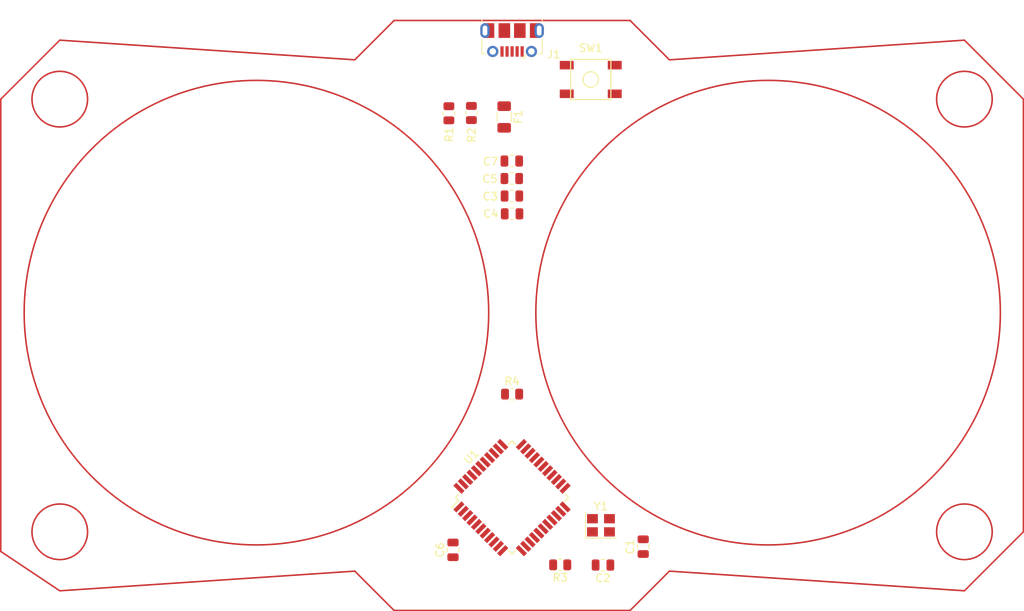
<source format=kicad_pcb>
(kicad_pcb (version 20211014) (generator pcbnew)
  (layers (0 "F.Cu" signal) (31 "B.Cu" signal) (34 "B.Paste" user) (35 "F.Paste" user) (36 "B.SilkS" user "B.Silkscreen") (37 "F.SilkS" user "F.Silkscreen") (38 "B.Mask" user) (39 "F.Mask" user) (44 "Edge.Cuts" user))
  (net 0 "")
  (net 1 "GND")
  (net 2 "Net-(C1-Pad2)")
  (net 3 "Net-(C2-Pad2)")
  (net 4 "+5V")
  (net 5 "Net-(C6-Pad1)")
  (net 6 "VCC")
  (net 7 "D-")
  (net 8 "D+")
  (net 10 "Net-(R1-Pad1)")
  (net 11 "Net-(R2-Pad2)")
  (net 12 "Net-(R3-Pad2)")
  (net 13 "Net-(R4-Pad2)")
  (footprint "Capacitor_SMD:C_0805_2012Metric" (layer "F.Cu") (at 111.739951 50.611387 180)
    (fp_text reference "C3" (at 2.803002 -0.064745) (layer "F.SilkS"))
    (fp_text value "0.1uF")
    (fp_line (start -0.261252 -0.735) (end 0.261252 -0.735) (layer "F.SilkS") (width 0.12))
    (fp_line (start -0.261252 0.735) (end 0.261252 0.735) (layer "F.SilkS") (width 0.12))
    (pad "1" smd roundrect (at -0.95 0 180) (size 1 1.45) (layers "F.Cu" "F.Paste" "F.Mask") (net 4 "+5V"))
    (pad "2" smd roundrect (at 0.95 0 180) (size 1 1.45) (layers "F.Cu" "F.Paste" "F.Mask") (net 1 "GND"))
  )
  (footprint "Resistor_SMD:R_0805_2012Metric" (layer "F.Cu") (at 106.504688 39.889845 90)
    (fp_text reference "R1" (at -2.796735 -2.877252 90) (layer "F.SilkS"))
    (fp_text value "22")
    (fp_line (start -0.227064 -0.735) (end 0.227064 -0.735) (layer "F.SilkS") (width 0.12))
    (fp_line (start -0.227064 0.735) (end 0.227064 0.735) (layer "F.SilkS") (width 0.12))
    (pad "1" smd roundrect (at -0.9125 0 90) (size 1.025 1.4) (layers "F.Cu" "F.Paste" "F.Mask") (roundrect_rratio 0.243902) (net 10 "Net-(R1-Pad1)"))
    (pad "2" smd roundrect (at 0.9125 0 90) (size 1.025 1.4) (layers "F.Cu" "F.Paste" "F.Mask") (roundrect_rratio 0.243902) (net 7 "D-"))
  )
  (footprint "Capacitor_SMD:C_0805_2012Metric" (layer "F.Cu") (at 104.128097 96.313645 90)
    (fp_text reference "C6" (at 0 -1.68 90) (layer "F.SilkS"))
    (fp_text value "1uF")
    (fp_line (start -0.261252 -0.735) (end 0.261252 -0.735) (layer "F.SilkS") (width 0.12))
    (fp_line (start -0.261252 0.735) (end 0.261252 0.735) (layer "F.SilkS") (width 0.12))
    (pad "1" smd roundrect (at -0.95 0 90) (size 1 1.45) (layers "F.Cu" "F.Paste" "F.Mask") (net 5 "Net-(C6-Pad1)"))
    (pad "2" smd roundrect (at 0.95 0 90) (size 1 1.45) (layers "F.Cu" "F.Paste" "F.Mask") (net 1 "GND"))
  )
  (footprint "Crystal:Crystal_SMD_3225-4Pin_3.2x2.5mm" (layer "F.Cu") (at 123.23839 93.140822)
    (fp_text reference "Y1" (at 0 -2.45) (layer "F.SilkS"))
    (fp_text value "16MHz")
    (fp_line (start -2 -1.65) (end -2 1.65) (layer "F.SilkS") (width 0.12))
    (fp_line (start -2 1.65) (end 2 1.65) (layer "F.SilkS") (width 0.12))
    (pad "1" smd rect (at -1.1 0.85) (size 1.4 1.2) (layers "F.Cu" "F.Paste" "F.Mask") (net 3 "Net-(C2-Pad2)"))
    (pad "2" smd rect (at 1.1 0.85) (size 1.4 1.2) (layers "F.Cu" "F.Paste" "F.Mask") (net 1 "GND"))
    (pad "3" smd rect (at 1.1 -0.85) (size 1.4 1.2) (layers "F.Cu" "F.Paste" "F.Mask") (net 2 "Net-(C1-Pad2)"))
    (pad "4" smd rect (at -1.1 -0.85) (size 1.4 1.2) (layers "F.Cu" "F.Paste" "F.Mask") (net 1 "GND"))
  )
  (footprint "Resistor_SMD:R_0805_2012Metric" (layer "F.Cu") (at 103.59646 39.922893 -90)
    (fp_text reference "R2" (at 2.814547 -2.940689 90) (layer "F.SilkS"))
    (fp_text value "22")
    (fp_line (start -0.227064 -0.735) (end 0.227064 -0.735) (layer "F.SilkS") (width 0.12))
    (fp_line (start -0.227064 0.735) (end 0.227064 0.735) (layer "F.SilkS") (width 0.12))
    (pad "1" smd roundrect (at -0.9125 0 270) (size 1.025 1.4) (layers "F.Cu" "F.Paste" "F.Mask") (roundrect_rratio 0.243902) (net 8 "D+"))
    (pad "2" smd roundrect (at 0.9125 0 270) (size 1.025 1.4) (layers "F.Cu" "F.Paste" "F.Mask") (roundrect_rratio 0.243902) (net 11 "Net-(R2-Pad2)"))
  )
  (footprint "Package_QFP:TQFP-44_10x10mm_P0.8mm" (layer "F.Cu") (at 111.752152 89.561382 45)
    (fp_text reference "U1" (at 0 -7.45 45) (layer "F.SilkS"))
    (fp_text value "ATmega32U4-A" hide)
    (fp_line (start 5.175 -5.175) (end 5.175 -4.5) (layer "F.SilkS") (width 0.15))
    (fp_line (start -5.175 -4.6) (end -6.45 -4.6) (layer "F.SilkS") (width 0.15))
    (fp_line (start 5.175 5.175) (end 5.175 4.5) (layer "F.SilkS") (width 0.15))
    (fp_line (start -5.175 5.175) (end -4.5 5.175) (layer "F.SilkS") (width 0.15))
    (fp_line (start -5.175 -5.175) (end -5.175 -4.6) (layer "F.SilkS") (width 0.15))
    (fp_line (start -5.175 5.175) (end -5.175 4.5) (layer "F.SilkS") (width 0.15))
    (fp_line (start -5.175 -5.175) (end -4.5 -5.175) (layer "F.SilkS") (width 0.15))
    (fp_line (start 5.175 -5.175) (end 4.5 -5.175) (layer "F.SilkS") (width 0.15))
    (fp_line (start 5.175 5.175) (end 4.5 5.175) (layer "F.SilkS") (width 0.15))
    (pad "1" smd rect (at -5.7 -4 45) (size 1.5 0.55) (layers "F.Cu" "F.Paste" "F.Mask"))
    (pad "2" smd rect (at -5.7 -3.2 45) (size 1.5 0.55) (layers "F.Cu" "F.Paste" "F.Mask") (net 4 "+5V"))
    (pad "3" smd rect (at -5.7 -2.4 45) (size 1.5 0.55) (layers "F.Cu" "F.Paste" "F.Mask") (net 10 "Net-(R1-Pad1)"))
    (pad "4" smd rect (at -5.7 -1.6 45) (size 1.5 0.55) (layers "F.Cu" "F.Paste" "F.Mask") (net 11 "Net-(R2-Pad2)"))
    (pad "5" smd rect (at -5.7 -0.8 45) (size 1.5 0.55) (layers "F.Cu" "F.Paste" "F.Mask") (net 1 "GND"))
    (pad "6" smd rect (at -5.7 0 45) (size 1.5 0.55) (layers "F.Cu" "F.Paste" "F.Mask") (net 5 "Net-(C6-Pad1)"))
    (pad "7" smd rect (at -5.7 0.8 45) (size 1.5 0.55) (layers "F.Cu" "F.Paste" "F.Mask") (net 4 "+5V"))
    (pad "8" smd rect (at -5.7 1.6 45) (size 1.5 0.55) (layers "F.Cu" "F.Paste" "F.Mask"))
    (pad "9" smd rect (at -5.7 2.4 45) (size 1.5 0.55) (layers "F.Cu" "F.Paste" "F.Mask"))
    (pad "10" smd rect (at -5.7 3.2 45) (size 1.5 0.55) (layers "F.Cu" "F.Paste" "F.Mask"))
    (pad "11" smd rect (at -5.7 4 45) (size 1.5 0.55) (layers "F.Cu" "F.Paste" "F.Mask"))
    (pad "12" smd rect (at -4 5.7 135) (size 1.5 0.55) (layers "F.Cu" "F.Paste" "F.Mask"))
    (pad "13" smd rect (at -3.2 5.7 135) (size 1.5 0.55) (layers "F.Cu" "F.Paste" "F.Mask") (net 12 "Net-(R3-Pad2)"))
    (pad "14" smd rect (at -2.4 5.7 135) (size 1.5 0.55) (layers "F.Cu" "F.Paste" "F.Mask") (net 4 "+5V"))
    (pad "15" smd rect (at -1.6 5.7 135) (size 1.5 0.55) (layers "F.Cu" "F.Paste" "F.Mask") (net 1 "GND"))
    (pad "16" smd rect (at -0.8 5.7 135) (size 1.5 0.55) (layers "F.Cu" "F.Paste" "F.Mask") (net 3 "Net-(C2-Pad2)"))
    (pad "17" smd rect (at 0 5.7 135) (size 1.5 0.55) (layers "F.Cu" "F.Paste" "F.Mask") (net 2 "Net-(C1-Pad2)"))
    (pad "18" smd rect (at 0.8 5.7 135) (size 1.5 0.55) (layers "F.Cu" "F.Paste" "F.Mask"))
    (pad "19" smd rect (at 1.6 5.7 135) (size 1.5 0.55) (layers "F.Cu" "F.Paste" "F.Mask"))
    (pad "20" smd rect (at 2.4 5.7 135) (size 1.5 0.55) (layers "F.Cu" "F.Paste" "F.Mask"))
    (pad "21" smd rect (at 3.2 5.7 135) (size 1.5 0.55) (layers "F.Cu" "F.Paste" "F.Mask"))
    (pad "22" smd rect (at 4 5.7 135) (size 1.5 0.55) (layers "F.Cu" "F.Paste" "F.Mask"))
    (pad "23" smd rect (at 5.7 4 45) (size 1.5 0.55) (layers "F.Cu" "F.Paste" "F.Mask") (net 1 "GND"))
    (pad "24" smd rect (at 5.7 3.2 45) (size 1.5 0.55) (layers "F.Cu" "F.Paste" "F.Mask") (net 4 "+5V"))
    (pad "25" smd rect (at 5.7 2.4 45) (size 1.5 0.55) (layers "F.Cu" "F.Paste" "F.Mask"))
    (pad "26" smd rect (at 5.7 1.6 45) (size 1.5 0.55) (layers "F.Cu" "F.Paste" "F.Mask"))
    (pad "27" smd rect (at 5.7 0.8 45) (size 1.5 0.55) (layers "F.Cu" "F.Paste" "F.Mask"))
    (pad "28" smd rect (at 5.7 0 45) (size 1.5 0.55) (layers "F.Cu" "F.Paste" "F.Mask"))
    (pad "29" smd rect (at 5.7 -0.8 45) (size 1.5 0.55) (layers "F.Cu" "F.Paste" "F.Mask"))
    (pad "30" smd rect (at 5.7 -1.6 45) (size 1.5 0.55) (layers "F.Cu" "F.Paste" "F.Mask"))
    (pad "31" smd rect (at 5.7 -2.4 45) (size 1.5 0.55) (layers "F.Cu" "F.Paste" "F.Mask"))
    (pad "32" smd rect (at 5.7 -3.2 45) (size 1.5 0.55) (layers "F.Cu" "F.Paste" "F.Mask"))
    (pad "33" smd rect (at 5.7 -4 45) (size 1.5 0.55) (layers "F.Cu" "F.Paste" "F.Mask") (net 13 "Net-(R4-Pad2)"))
    (pad "34" smd rect (at 4 -5.7 135) (size 1.5 0.55) (layers "F.Cu" "F.Paste" "F.Mask") (net 4 "+5V"))
    (pad "35" smd rect (at 3.2 -5.7 135) (size 1.5 0.55) (layers "F.Cu" "F.Paste" "F.Mask") (net 1 "GND"))
    (pad "36" smd rect (at 2.4 -5.7 135) (size 1.5 0.55) (layers "F.Cu" "F.Paste" "F.Mask"))
    (pad "37" smd rect (at 1.6 -5.7 135) (size 1.5 0.55) (layers "F.Cu" "F.Paste" "F.Mask"))
    (pad "38" smd rect (at 0.8 -5.7 135) (size 1.5 0.55) (layers "F.Cu" "F.Paste" "F.Mask"))
    (pad "39" smd rect (at 0 -5.7 135) (size 1.5 0.55) (layers "F.Cu" "F.Paste" "F.Mask"))
    (pad "40" smd rect (at -0.8 -5.7 135) (size 1.5 0.55) (layers "F.Cu" "F.Paste" "F.Mask"))
    (pad "41" smd rect (at -1.6 -5.7 135) (size 1.5 0.55) (layers "F.Cu" "F.Paste" "F.Mask"))
    (pad "42" smd rect (at -2.4 -5.7 135) (size 1.5 0.55) (layers "F.Cu" "F.Paste" "F.Mask"))
    (pad "43" smd rect (at -3.2 -5.7 135) (size 1.5 0.55) (layers "F.Cu" "F.Paste" "F.Mask") (net 1 "GND"))
    (pad "44" smd rect (at -4 -5.7 135) (size 1.5 0.55) (layers "F.Cu" "F.Paste" "F.Mask") (net 4 "+5V"))
  )
  (footprint "Fuse:Fuse_1206_3216Metric" (layer "F.Cu") (at 110.736891 40.405281 -90)
    (fp_text reference "F1" (at 0 -1.82 90) (layer "F.SilkS"))
    (fp_text value "500mA")
    (fp_line (start -0.602064 0.91) (end 0.602064 0.91) (layer "F.SilkS") (width 0.12))
    (fp_line (start -0.602064 -0.91) (end 0.602064 -0.91) (layer "F.SilkS") (width 0.12))
    (pad "1" smd roundrect (at -1.4 0 270) (size 1.25 1.75) (layers "F.Cu" "F.Paste" "F.Mask") (roundrect_rratio 0.2) (net 6 "VCC"))
    (pad "2" smd roundrect (at 1.4 0 270) (size 1.25 1.75) (layers "F.Cu" "F.Paste" "F.Mask") (roundrect_rratio 0.2) (net 4 "+5V"))
  )
  (footprint "random-keyboard-parts:SKQG-1155865" (layer "F.Cu") (at 121.92 35.56 180)
    (fp_text reference "SW1" (at 0 4.064) (layer "F.SilkS"))
    (fp_text value "SW_Push")
    (fp_line (start -2.6 -2.6) (end 2.6 -2.6) (layer "F.SilkS") (width 0.15))
    (fp_line (start 2.6 -2.6) (end 2.6 2.6) (layer "F.SilkS") (width 0.15))
    (fp_line (start -2.6 2.6) (end -2.6 -2.6) (layer "F.SilkS") (width 0.15))
    (fp_line (start 2.6 2.6) (end -2.6 2.6) (layer "F.SilkS") (width 0.15))
    (fp_circle (center 0 0) (end 1 0) (layer "F.SilkS") (width 0.15) (fill none))
    (pad "1" smd rect locked (at 3.1 1.85 180) (size 1.8 1.1) (layers "F.Cu" "F.Paste" "F.Mask") (net 1 "GND"))
    (pad "2" smd rect locked (at -3.1 -1.85 180) (size 1.8 1.1) (layers "F.Cu" "F.Paste" "F.Mask") (net 12 "Net-(R3-Pad2)"))
    (pad "3" smd rect locked (at 3.1 -1.85 180) (size 1.8 1.1) (layers "F.Cu" "F.Paste" "F.Mask"))
    (pad "4" smd rect locked (at -3.1 1.85 180) (size 1.8 1.1) (layers "F.Cu" "F.Paste" "F.Mask"))
  )
  (footprint "Capacitor_SMD:C_0805_2012Metric" (layer "F.Cu") (at 123.500093 98.275393 180)
    (fp_text reference "C2" (at 0 -1.68) (layer "F.SilkS"))
    (fp_text value "22pF")
    (fp_line (start -0.261252 -0.735) (end 0.261252 -0.735) (layer "F.SilkS") (width 0.12))
    (fp_line (start -0.261252 0.735) (end 0.261252 0.735) (layer "F.SilkS") (width 0.12))
    (pad "1" smd roundrect (at -0.95 0 180) (size 1 1.45) (layers "F.Cu" "F.Paste" "F.Mask") (net 1 "GND"))
    (pad "2" smd roundrect (at 0.95 0 180) (size 1 1.45) (layers "F.Cu" "F.Paste" "F.Mask") (net 3 "Net-(C2-Pad2)"))
  )
  (footprint "Capacitor_SMD:C_0805_2012Metric" (layer "F.Cu") (at 111.720142 48.353183 180)
    (fp_text reference "C5" (at 2.82281 -0.044936) (layer "F.SilkS"))
    (fp_text value "0.1uF")
    (fp_line (start -0.261252 0.735) (end 0.261252 0.735) (layer "F.SilkS") (width 0.12))
    (fp_line (start -0.261252 -0.735) (end 0.261252 -0.735) (layer "F.SilkS") (width 0.12))
    (pad "1" smd roundrect (at -0.95 0 180) (size 1 1.45) (layers "F.Cu" "F.Paste" "F.Mask") (net 4 "+5V"))
    (pad "2" smd roundrect (at 0.95 0 180) (size 1 1.45) (layers "F.Cu" "F.Paste" "F.Mask") (net 1 "GND"))
  )
  (footprint "Resistor_SMD:R_0805_2012Metric" (layer "F.Cu") (at 117.973854 98.247172 180)
    (fp_text reference "R3" (at 0 -1.65) (layer "F.SilkS"))
    (fp_text value "10k")
    (fp_line (start -0.227064 -0.735) (end 0.227064 -0.735) (layer "F.SilkS") (width 0.12))
    (fp_line (start -0.227064 0.735) (end 0.227064 0.735) (layer "F.SilkS") (width 0.12))
    (pad "1" smd roundrect (at -0.9125 0 180) (size 1.025 1.4) (layers "F.Cu" "F.Paste" "F.Mask") (roundrect_rratio 0.243902) (net 4 "+5V"))
    (pad "2" smd roundrect (at 0.9125 0 180) (size 1.025 1.4) (layers "F.Cu" "F.Paste" "F.Mask") (roundrect_rratio 0.243902) (net 12 "Net-(R3-Pad2)"))
  )
  (footprint "Connector_USB:USB_Micro-B_Molex-105017-0001" (layer "F.Cu") (at 111.76 30.48 180)
    (fp_text reference "J1" (at -5.38975 -1.825187) (layer "F.SilkS"))
    (fp_text value "USB_A")
    (fp_line (start -1.7 -2.3125) (end -1.25 -2.3125) (layer "F.SilkS") (width 0.12))
    (fp_line (start -1.7 -2.3125) (end -1.7 -1.8625) (layer "F.SilkS") (width 0.12))
    (fp_line (start 3.9 -1.7625) (end 3.45 -1.7625) (layer "F.SilkS") (width 0.12))
    (fp_line (start 3.9 2.6375) (end 3.9 2.3875) (layer "F.SilkS") (width 0.12))
    (fp_line (start -3.9 2.6375) (end -3.9 2.3875) (layer "F.SilkS") (width 0.12))
    (fp_line (start -3.9 0.0875) (end -3.9 -1.7625) (layer "F.SilkS") (width 0.12))
    (fp_line (start 3.9 0.0875) (end 3.9 -1.7625) (layer "F.SilkS") (width 0.12))
    (fp_line (start -3.9 -1.7625) (end -3.45 -1.7625) (layer "F.SilkS") (width 0.12))
    (pad "1" smd rect (at -1.3 -1.4625 180) (size 0.4 1.35) (layers "F.Cu" "F.Paste" "F.Mask") (net 6 "VCC"))
    (pad "2" smd rect (at -0.65 -1.4625 180) (size 0.4 1.35) (layers "F.Cu" "F.Paste" "F.Mask") (net 7 "D-"))
    (pad "3" smd rect (at 0 -1.4625 180) (size 0.4 1.35) (layers "F.Cu" "F.Paste" "F.Mask") (net 8 "D+"))
    (pad "4" smd rect (at 0.65 -1.4625 180) (size 0.4 1.35) (layers "F.Cu" "F.Paste" "F.Mask") (net 1 "GND"))
    (pad "5" smd rect (at 1.3 -1.4625 180) (size 0.4 1.35) (layers "F.Cu" "F.Paste" "F.Mask"))
    (pad "6" smd rect (at 1 1.2375 180) (size 1.5 1.9) (layers "F.Cu" "F.Paste" "F.Mask"))
    (pad "6" smd rect (at -1 1.2375 180) (size 1.5 1.9) (layers "F.Cu" "F.Paste" "F.Mask"))
    (pad "6" thru_hole oval (at 3.5 1.2375 180) (size 1.2 1.9) (drill oval 0.6 1.3) (layers *.Cu *.Mask))
    (pad "6" thru_hole oval (at -3.5 1.2375) (size 1.2 1.9) (drill oval 0.6 1.3) (layers *.Cu *.Mask))
    (pad "6" thru_hole circle (at 2.5 -1.4625 180) (size 1.45 1.45) (drill 0.85) (layers *.Cu *.Mask))
    (pad "6" smd rect (at -2.9 1.2375 180) (size 1.2 1.9) (layers "F.Cu" "F.Mask"))
    (pad "6" smd rect (at 2.9 1.2375 180) (size 1.2 1.9) (layers "F.Cu" "F.Mask"))
    (pad "6" thru_hole circle (at -2.5 -1.4625 180) (size 1.45 1.45) (drill 0.85) (layers *.Cu *.Mask))
  )
  (footprint "Capacitor_SMD:C_0805_2012Metric" (layer "F.Cu") (at 111.76 52.914304 180)
    (fp_text reference "C4" (at 2.757621 -0.000341) (layer "F.SilkS"))
    (fp_text value "0.1uF")
    (fp_line (start -0.261252 -0.735) (end 0.261252 -0.735) (layer "F.SilkS") (width 0.12))
    (fp_line (start -0.261252 0.735) (end 0.261252 0.735) (layer "F.SilkS") (width 0.12))
    (pad "1" smd roundrect (at -0.95 0 180) (size 1 1.45) (layers "F.Cu" "F.Paste" "F.Mask") (net 4 "+5V"))
    (pad "2" smd roundrect (at 0.95 0 180) (size 1 1.45) (layers "F.Cu" "F.Paste" "F.Mask") (net 1 "GND"))
  )
  (footprint "Capacitor_SMD:C_0805_2012Metric" (layer "F.Cu") (at 111.720965 46.094979 180)
    (fp_text reference "C7" (at 2.744398 -0.064745) (layer "F.SilkS"))
    (fp_text value "10uF")
    (fp_line (start -0.261252 0.735) (end 0.261252 0.735) (layer "F.SilkS") (width 0.12))
    (fp_line (start -0.261252 -0.735) (end 0.261252 -0.735) (layer "F.SilkS") (width 0.12))
    (pad "1" smd roundrect (at -0.95 0 180) (size 1 1.45) (layers "F.Cu" "F.Paste" "F.Mask") (net 4 "+5V"))
    (pad "2" smd roundrect (at 0.95 0 180) (size 1 1.45) (layers "F.Cu" "F.Paste" "F.Mask") (net 1 "GND"))
  )
  (footprint "Resistor_SMD:R_0805_2012Metric" (layer "F.Cu") (at 111.76 76.2)
    (fp_text reference "R4" (at 0 -1.65) (layer "F.SilkS"))
    (fp_text value "10k")
    (fp_line (start -0.227064 0.735) (end 0.227064 0.735) (layer "F.SilkS") (width 0.12))
    (fp_line (start -0.227064 -0.735) (end 0.227064 -0.735) (layer "F.SilkS") (width 0.12))
    (pad "1" smd roundrect (at -0.9125 0) (size 1.025 1.4) (layers "F.Cu" "F.Paste" "F.Mask") (roundrect_rratio 0.243902) (net 1 "GND"))
    (pad "2" smd roundrect (at 0.9125 0) (size 1.025 1.4) (layers "F.Cu" "F.Paste" "F.Mask") (roundrect_rratio 0.243902) (net 13 "Net-(R4-Pad2)"))
  )
  (footprint "Capacitor_SMD:C_0805_2012Metric" (layer "F.Cu") (at 128.694381 95.899502 90)
    (fp_text reference "C1" (at 0 -1.68 90) (layer "F.SilkS"))
    (fp_text value "22pF")
    (fp_line (start -0.261252 0.735) (end 0.261252 0.735) (layer "F.SilkS") (width 0.12))
    (fp_line (start -0.261252 -0.735) (end 0.261252 -0.735) (layer "F.SilkS") (width 0.12))
    (pad "1" smd roundrect (at -0.95 0 90) (size 1 1.45) (layers "F.Cu" "F.Paste" "F.Mask") (net 1 "GND"))
    (pad "2" smd roundrect (at 0.95 0 90) (size 1 1.45) (layers "F.Cu" "F.Paste" "F.Mask") (net 2 "Net-(C1-Pad2)"))
  )
  (gr_circle (center 78.74 65.674874) (end 71.681033 94.832417) (layer "F.Cu") (width 0.2) (fill none))
  (gr_line (start 127 104.14) (end 132.08 99.06) (layer "F.Cu") (width 0.2))
  (gr_circle (center 53.34 93.98) (end 55.88 96.52) (layer "F.Cu") (width 0.2) (fill none))
  (gr_circle (center 170.18 38.1) (end 172.72 40.64) (layer "F.Cu") (width 0.2) (fill none))
  (gr_line (start 96.52 27.94) (end 91.44 33.02) (layer "F.Cu") (width 0.2))
  (gr_line (start 170.18 30.48) (end 132.08 33.02) (layer "F.Cu") (width 0.2))
  (gr_line (start 132.08 33.02) (end 127 27.94) (layer "F.Cu") (width 0.2))
  (gr_line (start 177.8 93.98) (end 177.8 38.1) (layer "F.Cu") (width 0.2))
  (gr_line (start 91.44 33.02) (end 53.34 30.48) (layer "F.Cu") (width 0.2))
  (gr_line (start 53.34 30.48) (end 45.72 38.1) (layer "F.Cu") (width 0.2))
  (gr_line (start 53.34 101.6) (end 91.44 99.06) (layer "F.Cu") (width 0.2))
  (gr_line (start 127 104.14) (end 96.52 104.14) (layer "F.Cu") (width 0.2))
  (gr_line (start 127 27.94) (end 96.52 27.94) (layer "F.Cu") (width 0.2))
  (gr_circle (center 144.826403 65.674874) (end 137.767436 94.832417) (layer "F.Cu") (width 0.2) (fill none))
  (gr_line (start 91.44 99.06) (end 96.52 104.14) (layer "F.Cu") (width 0.2))
  (gr_circle (center 53.34 38.1) (end 55.88 40.64) (layer "F.Cu") (width 0.2) (fill none))
  (gr_circle (center 170.18 93.98) (end 172.72 96.52) (layer "F.Cu") (width 0.2) (fill none))
  (gr_line (start 45.72 38.1) (end 45.72 96.52) (layer "F.Cu") (width 0.2))
  (gr_line (start 45.72 96.52) (end 53.34 101.6) (layer "F.Cu") (width 0.2))
  (gr_line (start 132.08 99.06) (end 170.18 101.6) (layer "F.Cu") (width 0.2))
  (gr_line (start 170.18 101.6) (end 177.8 93.98) (layer "F.Cu") (width 0.2))
  (gr_line (start 177.8 38.1) (end 170.18 30.48) (layer "F.Cu") (width 0.2))
)
</source>
